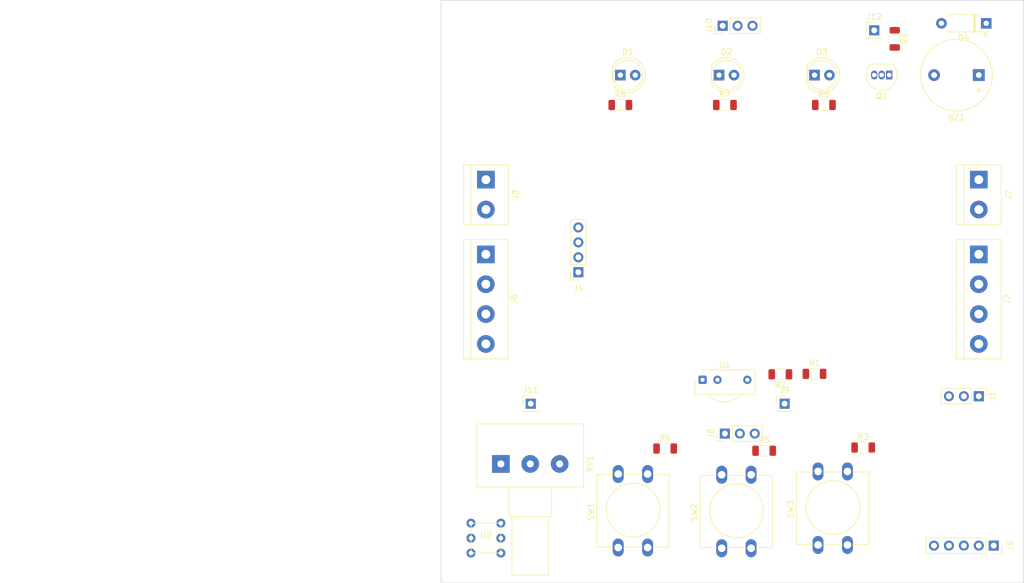
<source format=kicad_pcb>
(kicad_pcb (version 20211014) (generator pcbnew)
  (layers (0 "F.Cu" signal) (31 "B.Cu" signal) (34 "B.Paste" user) (35 "F.Paste" user) (36 "B.SilkS" user "B.Silkscreen") (37 "F.SilkS" user "F.Silkscreen") (38 "B.Mask" user) (39 "F.Mask" user) (44 "Edge.Cuts" user))
  (net 0 "")
  (net 1 "+5V")
  (net 2 "Net-(BZ1-Pad2)")
  (net 3 "Net-(D1-Pad1)")
  (net 4 "Net-(D1-Pad2)")
  (net 5 "Net-(D2-Pad1)")
  (net 6 "Net-(D2-Pad2)")
  (net 7 "Net-(D3-Pad1)")
  (net 8 "Net-(D3-Pad2)")
  (net 9 "Net-(J1-Pad1)")
  (net 10 "Net-(J1-Pad2)")
  (net 11 "Net-(J1-Pad3)")
  (net 12 "+12VA")
  (net 13 "+5VA")
  (net 14 "+3.3VA")
  (net 15 "GND")
  (net 16 "SDA")
  (net 17 "SCL")
  (net 18 "+3.3V")
  (net 19 "Net-(J8-Pad1)")
  (net 20 "Net-(J8-Pad2)")
  (net 21 "Net-(J8-Pad3)")
  (net 22 "Net-(J9-Pad1)")
  (net 23 "Net-(J11-Pad1)")
  (net 24 "Net-(J12-Pad1)")
  (net 25 "Net-(Q1-Pad2)")
  (net 26 "Net-(R2-Pad2)")
  (footprint "Resistor_SMD:R_1206_3216Metric" (layer "F.Cu") (at 93.98 66.04)
    (fp_text reference "R6" (at 0 -1.82) (layer "F.SilkS"))
    (fp_text value "470")
    (fp_line (start -0.727064 0.91) (end 0.727064 0.91) (layer "F.SilkS") (width 0.12))
    (fp_line (start -0.727064 -0.91) (end 0.727064 -0.91) (layer "F.SilkS") (width 0.12))
    (pad "1" smd roundrect (at -1.4625 0) (size 1.125 1.75) (layers "F.Cu" "F.Paste" "F.Mask") (roundrect_rratio 0.222222) (net 3 "Net-(D1-Pad1)"))
    (pad "2" smd roundrect (at 1.4625 0) (size 1.125 1.75) (layers "F.Cu" "F.Paste" "F.Mask") (roundrect_rratio 0.222222) (net 15 "GND"))
  )
  (footprint "Button_Switch_THT:SW_PUSH-12mm" (layer "F.Cu") (at 111.22 141.42 90)
    (fp_text reference "SW2" (at 6.08 -4.66 90) (layer "F.SilkS"))
    (fp_text value "SW_Push")
    (fp_line (start 12.4 0.93) (end 12.4 4.07) (layer "F.SilkS") (width 0.12))
    (fp_line (start 12.4 5.93) (end 12.4 8.65) (layer "F.SilkS") (width 0.12))
    (fp_line (start 0.1 8.65) (end 0.1 5.93) (layer "F.SilkS") (width 0.12))
    (fp_line (start 12.4 8.65) (end 0.1 8.65) (layer "F.SilkS") (width 0.12))
    (fp_line (start 0.1 4.07) (end 0.1 0.93) (layer "F.SilkS") (width 0.12))
    (fp_line (start 0.1 -0.93) (end 0.1 -3.65) (layer "F.SilkS") (width 0.12))
    (fp_line (start 12.4 -3.65) (end 12.4 -0.93) (layer "F.SilkS") (width 0.12))
    (fp_line (start 0.1 -3.65) (end 12.4 -3.65) (layer "F.SilkS") (width 0.12))
    (fp_circle (center 6.35 2.54) (end 10.16 5.08) (layer "F.SilkS") (width 0.12) (fill none))
    (pad "1" thru_hole oval (at 0 0 90) (size 3.048 1.85) (drill 1.3) (layers *.Cu *.Mask) (net 20 "Net-(J8-Pad2)"))
    (pad "1" thru_hole oval (at 12.5 0 90) (size 3.048 1.85) (drill 1.3) (layers *.Cu *.Mask) (net 20 "Net-(J8-Pad2)"))
    (pad "2" thru_hole oval (at 12.5 5 90) (size 3.048 1.85) (drill 1.3) (layers *.Cu *.Mask) (net 15 "GND"))
    (pad "2" thru_hole oval (at 0 5 90) (size 3.048 1.85) (drill 1.3) (layers *.Cu *.Mask) (net 15 "GND"))
  )
  (footprint "TerminalBlock:TerminalBlock_bornier-4_P5.08mm" (layer "F.Cu") (at 71.11 91.44 -90)
    (fp_text reference "J6" (at 7.6 -4.8 90) (layer "F.SilkS"))
    (fp_text value "power")
    (fp_line (start 17.78 3.81) (end 17.78 -3.81) (layer "F.SilkS") (width 0.12))
    (fp_line (start -2.54 3.81) (end 17.78 3.81) (layer "F.SilkS") (width 0.12))
    (fp_line (start -2.54 -3.81) (end 17.78 -3.81) (layer "F.SilkS") (width 0.12))
    (fp_line (start -2.54 -3.81) (end -2.54 3.81) (layer "F.SilkS") (width 0.12))
    (fp_line (start 17.78 2.54) (end -2.54 2.54) (layer "F.SilkS") (width 0.12))
    (pad "1" thru_hole rect (at 0 0 270) (size 3 3) (drill 1.52) (layers *.Cu *.Mask) (net 12 "+12VA"))
    (pad "2" thru_hole circle (at 5.08 0 270) (size 3 3) (drill 1.52) (layers *.Cu *.Mask) (net 13 "+5VA"))
    (pad "3" thru_hole circle (at 10.16 0 270) (size 3 3) (drill 1.52) (layers *.Cu *.Mask) (net 14 "+3.3VA"))
    (pad "4" thru_hole circle (at 15.24 0 270) (size 3 3) (drill 1.52) (layers *.Cu *.Mask) (net 15 "GND"))
  )
  (footprint "Package_TO_SOT_THT:TO-92_Inline" (layer "F.Cu") (at 139.7 60.942595 180)
    (fp_text reference "Q1" (at 1.27 -3.56) (layer "F.SilkS"))
    (fp_text value "BC547")
    (fp_line (start -0.53 1.85) (end 3.07 1.85) (layer "F.SilkS") (width 0.12))
    (fp_arc (start 1.27 -2.6) (mid 3.672087 -0.994977) (end 3.108478 1.838478) (layer "F.SilkS") (width 0.12))
    (fp_arc (start -0.568478 1.838478) (mid -1.132087 -0.994977) (end 1.27 -2.6) (layer "F.SilkS") (width 0.12))
    (pad "1" thru_hole rect (at 0 0 180) (size 1.05 1.5) (drill 0.75) (layers *.Cu *.Mask) (net 2 "Net-(BZ1-Pad2)"))
    (pad "2" thru_hole oval (at 1.27 0 180) (size 1.05 1.5) (drill 0.75) (layers *.Cu *.Mask) (net 25 "Net-(Q1-Pad2)"))
    (pad "3" thru_hole oval (at 2.54 0 180) (size 1.05 1.5) (drill 0.75) (layers *.Cu *.Mask) (net 15 "GND"))
  )
  (footprint "Resistor_SMD:R_1206_3216Metric" (layer "F.Cu") (at 101.6 124.46)
    (fp_text reference "R4" (at 0 -1.82) (layer "F.SilkS"))
    (fp_text value "47k")
    (fp_line (start -0.727064 0.91) (end 0.727064 0.91) (layer "F.SilkS") (width 0.12))
    (fp_line (start -0.727064 -0.91) (end 0.727064 -0.91) (layer "F.SilkS") (width 0.12))
    (pad "1" smd roundrect (at -1.4625 0) (size 1.125 1.75) (layers "F.Cu" "F.Paste" "F.Mask") (roundrect_rratio 0.222222) (net 15 "GND"))
    (pad "2" smd roundrect (at 1.4625 0) (size 1.125 1.75) (layers "F.Cu" "F.Paste" "F.Mask") (roundrect_rratio 0.222222) (net 18 "+3.3V"))
  )
  (footprint "Potentiometer_THT:Potentiometer_Alps_RK163_Single_Horizontal" (layer "F.Cu") (at 73.66 127.08 90)
    (fp_text reference "RV1" (at 0 15.2 90) (layer "F.SilkS"))
    (fp_text value "10k")
    (fp_line (start -3.92 8.62) (end -8.92 8.62) (layer "F.SilkS") (width 0.12))
    (fp_line (start -8.92 1.88) (end -18.92 1.88) (layer "F.SilkS") (width 0.12))
    (fp_line (start -8.92 8.62) (end -8.92 1.38) (layer "F.SilkS") (width 0.12))
    (fp_line (start 6.82 14.07) (end 6.82 -4.07) (layer "F.SilkS") (width 0.12))
    (fp_line (start -8.92 8.12) (end -18.92 8.12) (layer "F.SilkS") (width 0.12))
    (fp_line (start 6.82 -4.07) (end -3.92 -4.07) (layer "F.SilkS") (width 0.12))
    (fp_line (start -3.92 1.38) (end -8.92 1.38) (layer "F.SilkS") (width 0.12))
    (fp_line (start -3.92 14.07) (end -3.92 -4.07) (layer "F.SilkS") (width 0.12))
    (fp_line (start 6.82 14.07) (end -3.92 14.07) (layer "F.SilkS") (width 0.12))
    (fp_line (start -18.92 8.12) (end -18.92 1.88) (layer "F.SilkS") (width 0.12))
    (pad "1" thru_hole rect (at 0 0 270) (size 3 3) (drill 1.2) (layers *.Cu *.Mask) (net 15 "GND"))
    (pad "2" thru_hole circle (at 0 5 270) (size 3 3) (drill 1.2) (layers *.Cu *.Mask) (net 23 "Net-(J11-Pad1)"))
    (pad "3" thru_hole circle (at 0 10 270) (size 3 3) (drill 1.2) (layers *.Cu *.Mask) (net 18 "+3.3V"))
  )
  (footprint "LED_THT:LED_D5.0mm" (layer "F.Cu") (at 127 60.96)
    (fp_text reference "D3" (at 1.27 -3.96) (layer "F.SilkS"))
    (fp_text value "LED")
    (fp_line (start -1.29 -1.545) (end -1.29 1.545) (layer "F.SilkS") (width 0.12))
    (fp_arc (start 4.26 -0.000462) (mid 2.072002 2.880433) (end -1.29 1.54483) (layer "F.SilkS") (width 0.12))
    (fp_arc (start -1.29 -1.54483) (mid 2.072002 -2.880433) (end 4.26 0.000462) (layer "F.SilkS") (width 0.12))
    (fp_circle (center 1.27 0) (end 3.77 0) (layer "F.SilkS") (width 0.12) (fill none))
    (pad "1" thru_hole rect (at 0 0) (size 1.8 1.8) (drill 0.9) (layers *.Cu *.Mask) (net 7 "Net-(D3-Pad1)"))
    (pad "2" thru_hole circle (at 2.54 0) (size 1.8 1.8) (drill 0.9) (layers *.Cu *.Mask) (net 8 "Net-(D3-Pad2)"))
  )
  (footprint "Resistor_SMD:R_1206_3216Metric" (layer "F.Cu") (at 127 111.76)
    (fp_text reference "R1" (at 0 -1.82) (layer "F.SilkS"))
    (fp_text value "2k")
    (fp_line (start -0.727064 0.91) (end 0.727064 0.91) (layer "F.SilkS") (width 0.12))
    (fp_line (start -0.727064 -0.91) (end 0.727064 -0.91) (layer "F.SilkS") (width 0.12))
    (pad "1" smd roundrect (at -1.4625 0) (size 1.125 1.75) (layers "F.Cu" "F.Paste" "F.Mask") (roundrect_rratio 0.222222) (net 22 "Net-(J9-Pad1)"))
    (pad "2" smd roundrect (at 1.4625 0) (size 1.125 1.75) (layers "F.Cu" "F.Paste" "F.Mask") (roundrect_rratio 0.222222) (net 15 "GND"))
  )
  (footprint "Resistor_SMD:R_1206_3216Metric" (layer "F.Cu") (at 128.6 66.04)
    (fp_text reference "R8" (at 0 -1.82) (layer "F.SilkS"))
    (fp_text value "470")
    (fp_line (start -0.727064 -0.91) (end 0.727064 -0.91) (layer "F.SilkS") (width 0.12))
    (fp_line (start -0.727064 0.91) (end 0.727064 0.91) (layer "F.SilkS") (width 0.12))
    (pad "1" smd roundrect (at -1.4625 0) (size 1.125 1.75) (layers "F.Cu" "F.Paste" "F.Mask") (roundrect_rratio 0.222222) (net 7 "Net-(D3-Pad1)"))
    (pad "2" smd roundrect (at 1.4625 0) (size 1.125 1.75) (layers "F.Cu" "F.Paste" "F.Mask") (roundrect_rratio 0.222222) (net 15 "GND"))
  )
  (footprint "my-packages:dip-6pin" (layer "F.Cu") (at 71.12 139.7)
    (fp_text reference "U2" (at 0 -0.5 unlocked) (layer "F.SilkS"))
    (fp_text value "double-push-switch")
    (fp_rect (start -2.54 -2.54) (end 2.54 2.54) (layer "F.SilkS") (width 0.12) (fill none))
    (pad "1" thru_hole circle (at -2.54 -2.54) (size 1.524 1.524) (drill 0.762) (layers *.Cu *.Mask) (net 18 "+3.3V"))
    (pad "2" thru_hole circle (at 2.54 -2.54) (size 1.524 1.524) (drill 0.762) (layers *.Cu *.Mask) (net 14 "+3.3VA"))
    (pad "3" thru_hole circle (at -2.54 0) (size 1.524 1.524) (drill 0.762) (layers *.Cu *.Mask))
    (pad "4" thru_hole circle (at 2.54 0) (size 1.524 1.524) (drill 0.762) (layers *.Cu *.Mask) (net 1 "+5V"))
    (pad "5" thru_hole circle (at -2.54 2.54) (size 1.524 1.524) (drill 0.762) (layers *.Cu *.Mask) (net 13 "+5VA"))
    (pad "6" thru_hole circle (at 2.54 2.54) (size 1.524 1.524) (drill 0.762) (layers *.Cu *.Mask))
  )
  (footprint "Buzzer_Beeper:Buzzer_12x9.5RM7.6" (layer "F.Cu") (at 154.94 60.96 180)
    (fp_text reference "BZ1" (at 3.8 -7.2) (layer "F.SilkS"))
    (fp_text value "Buzzer")
    (fp_text user "+" (at -0.01 -2.54) (layer "F.SilkS"))
    (fp_circle (center 3.8 0) (end 9.9 0) (layer "F.SilkS") (width 0.12) (fill none))
    (pad "1" thru_hole rect (at 0 0 180) (size 2 2) (drill 1) (layers *.Cu *.Mask) (net 1 "+5V"))
    (pad "2" thru_hole circle (at 7.6 0 180) (size 2 2) (drill 1) (layers *.Cu *.Mask) (net 2 "Net-(BZ1-Pad2)"))
  )
  (footprint "Connector_PinHeader_2.54mm:PinHeader_1x03_P2.54mm_Vertical" (layer "F.Cu") (at 154.94 115.57 -90)
    (fp_text reference "J1" (at 0 -2.33 90) (layer "F.SilkS"))
    (fp_text value "Conn_01x03_Male")
    (fp_line (start -1.33 -1.33) (end 0 -1.33) (layer "F.SilkS") (width 0.12))
    (fp_line (start -1.33 6.41) (end 1.33 6.41) (layer "F.SilkS") (width 0.12))
    (fp_line (start -1.33 1.27) (end -1.33 6.41) (layer "F.SilkS") (width 0.12))
    (fp_line (start -1.33 0) (end -1.33 -1.33) (layer "F.SilkS") (width 0.12))
    (fp_line (start -1.33 1.27) (end 1.33 1.27) (layer "F.SilkS") (width 0.12))
    (fp_line (start 1.33 1.27) (end 1.33 6.41) (layer "F.SilkS") (width 0.12))
    (pad "1" thru_hole rect (at 0 0 270) (size 1.7 1.7) (drill 1) (layers *.Cu *.Mask) (net 9 "Net-(J1-Pad1)"))
    (pad "2" thru_hole oval (at 0 2.54 270) (size 1.7 1.7) (drill 1) (layers *.Cu *.Mask) (net 10 "Net-(J1-Pad2)"))
    (pad "3" thru_hole oval (at 0 5.08 270) (size 1.7 1.7) (drill 1) (layers *.Cu *.Mask) (net 11 "Net-(J1-Pad3)"))
  )
  (footprint "Diode_THT:D_A-405_P7.62mm_Horizontal" (layer "F.Cu") (at 156.21 52.15 180)
    (fp_text reference "D4" (at 3.81 -2.47) (layer "F.SilkS"))
    (fp_text value "D_Schottky")
    (fp_text user "K" (at 0 -1.9) (layer "F.SilkS"))
    (fp_line (start 1.87 -1.47) (end 1.87 1.47) (layer "F.SilkS") (width 0.12))
    (fp_line (start 1.09 -1.14) (end 1.09 -1.47) (layer "F.SilkS") (width 0.12))
    (fp_line (start 2.11 -1.47) (end 2.11 1.47) (layer "F.SilkS") (width 0.12))
    (fp_line (start 6.53 -1.47) (end 6.53 -1.14) (layer "F.SilkS") (width 0.12))
    (fp_line (start 1.09 1.47) (end 6.53 1.47) (layer "F.SilkS") (width 0.12))
    (fp_line (start 6.53 1.47) (end 6.53 1.14) (layer "F.SilkS") (width 0.12))
    (fp_line (start 1.09 1.14) (end 1.09 1.47) (layer "F.SilkS") (width 0.12))
    (fp_line (start 1.99 -1.47) (end 1.99 1.47) (layer "F.SilkS") (width 0.12))
    (fp_line (start 1.09 -1.47) (end 6.53 -1.47) (layer "F.SilkS") (width 0.12))
    (pad "1" thru_hole rect (at 0 0 180) (size 1.8 1.8) (drill 0.9) (layers *.Cu *.Mask) (net 1 "+5V"))
    (pad "2" thru_hole oval (at 7.62 0 180) (size 1.8 1.8) (drill 0.9) (layers *.Cu *.Mask) (net 2 "Net-(BZ1-Pad2)"))
  )
  (footprint "Connector_PinHeader_2.54mm:PinHeader_1x01_P2.54mm_Vertical" (layer "F.Cu") (at 78.74 116.84)
    (fp_text reference "J11" (at 0 -2.33) (layer "F.SilkS"))
    (fp_text value "pot")
    (fp_line (start 1.33 1.27) (end 1.33 1.33) (layer "F.SilkS") (width 0.12))
    (fp_line (start -1.33 1.27) (end 1.33 1.27) (layer "F.SilkS") (width 0.12))
    (fp_line (start -1.33 1.33) (end 1.33 1.33) (layer "F.SilkS") (width 0.12))
    (fp_line (start -1.33 0) (end -1.33 -1.33) (layer "F.SilkS") (width 0.12))
    (fp_line (start -1.33 1.27) (end -1.33 1.33) (layer "F.SilkS") (width 0.12))
    (fp_line (start -1.33 -1.33) (end 0 -1.33) (layer "F.SilkS") (width 0.12))
    (pad "1" thru_hole rect (at 0 0) (size 1.7 1.7) (drill 1) (layers *.Cu *.Mask) (net 23 "Net-(J11-Pad1)"))
  )
  (footprint "Connector_PinSocket_2.54mm:PinSocket_1x05_P2.54mm_Vertical" (layer "F.Cu") (at 157.48 140.97 -90)
    (fp_text reference "J5" (at 0 -2.77 90) (layer "F.SilkS"))
    (fp_text value "enc")
    (fp_line (start 1.33 1.27) (end 1.33 11.49) (layer "F.SilkS") (width 0.12))
    (fp_line (start 0 -1.33) (end 1.33 -1.33) (layer "F.SilkS") (width 0.12))
    (fp_line (start -1.33 1.27) (end 1.33 1.27) (layer "F.SilkS") (width 0.12))
    (fp_line (start 1.33 -1.33) (end 1.33 0) (layer "F.SilkS") (width 0.12))
    (fp_line (start -1.33 11.49) (end 1.33 11.49) (layer "F.SilkS") (width 0.12))
    (fp_line (start -1.33 1.27) (end -1.33 11.49) (layer "F.SilkS") (width 0.12))
    (pad "1" thru_hole rect (at 0 0 270) (size 1.7 1.7) (drill 1) (layers *.Cu *.Mask) (net 18 "+3.3V"))
    (pad "2" thru_hole oval (at 0 2.54 270) (size 1.7 1.7) (drill 1) (layers *.Cu *.Mask) (net 9 "Net-(J1-Pad1)"))
    (pad "3" thru_hole oval (at 0 5.08 270) (size 1.7 1.7) (drill 1) (layers *.Cu *.Mask) (net 10 "Net-(J1-Pad2)"))
    (pad "4" thru_hole oval (at 0 7.62 270) (size 1.7 1.7) (drill 1) (layers *.Cu *.Mask) (net 11 "Net-(J1-Pad3)"))
    (pad "5" thru_hole oval (at 0 10.16 270) (size 1.7 1.7) (drill 1) (layers *.Cu *.Mask) (net 15 "GND"))
  )
  (footprint "Resistor_SMD:R_1206_3216Metric" (layer "F.Cu") (at 121.192936 111.84 180)
    (fp_text reference "R2" (at 0 -1.82) (layer "F.SilkS"))
    (fp_text value "3k3")
    (fp_line (start -0.727064 0.91) (end 0.727064 0.91) (layer "F.SilkS") (width 0.12))
    (fp_line (start -0.727064 -0.91) (end 0.727064 -0.91) (layer "F.SilkS") (width 0.12))
    (pad "1" smd roundrect (at -1.4625 0 180) (size 1.125 1.75) (layers "F.Cu" "F.Paste" "F.Mask") (roundrect_rratio 0.222222) (net 22 "Net-(J9-Pad1)"))
    (pad "2" smd roundrect (at 1.4625 0 180) (size 1.125 1.75) (layers "F.Cu" "F.Paste" "F.Mask") (roundrect_rratio 0.222222) (net 26 "Net-(R2-Pad2)"))
  )
  (footprint "Resistor_SMD:R_1206_3216Metric" (layer "F.Cu") (at 140.64 54.794128 -90)
    (fp_text reference "R9" (at 0 -1.82 90) (layer "F.SilkS"))
    (fp_text value "1k")
    (fp_line (start -0.727064 -0.91) (end 0.727064 -0.91) (layer "F.SilkS") (width 0.12))
    (fp_line (start -0.727064 0.91) (end 0.727064 0.91) (layer "F.SilkS") (width 0.12))
    (pad "1" smd roundrect (at -1.4625 0 270) (size 1.125 1.75) (layers "F.Cu" "F.Paste" "F.Mask") (roundrect_rratio 0.222222) (net 24 "Net-(J12-Pad1)"))
    (pad "2" smd roundrect (at 1.4625 0 270) (size 1.125 1.75) (layers "F.Cu" "F.Paste" "F.Mask") (roundrect_rratio 0.222222) (net 25 "Net-(Q1-Pad2)"))
  )
  (footprint "Connector_PinHeader_2.54mm:PinHeader_1x03_P2.54mm_Vertical" (layer "F.Cu") (at 111.76 121.92 90)
    (fp_text reference "J8" (at 0 -2.33 90) (layer "F.SilkS"))
    (fp_text value "btn")
    (fp_line (start -1.33 -1.33) (end 0 -1.33) (layer "F.SilkS") (width 0.12))
    (fp_line (start -1.33 1.27) (end 1.33 1.27) (layer "F.SilkS") (width 0.12))
    (fp_line (start 1.33 1.27) (end 1.33 6.41) (layer "F.SilkS") (width 0.12))
    (fp_line (start -1.33 1.27) (end -1.33 6.41) (layer "F.SilkS") (width 0.12))
    (fp_line (start -1.33 0) (end -1.33 -1.33) (layer "F.SilkS") (width 0.12))
    (fp_line (start -1.33 6.41) (end 1.33 6.41) (layer "F.SilkS") (width 0.12))
    (pad "1" thru_hole rect (at 0 0 90) (size 1.7 1.7) (drill 1) (layers *.Cu *.Mask) (net 19 "Net-(J8-Pad1)"))
    (pad "2" thru_hole oval (at 0 2.54 90) (size 1.7 1.7) (drill 1) (layers *.Cu *.Mask) (net 20 "Net-(J8-Pad2)"))
    (pad "3" thru_hole oval (at 0 5.08 90) (size 1.7 1.7) (drill 1) (layers *.Cu *.Mask) (net 21 "Net-(J8-Pad3)"))
  )
  (footprint "OptoDevice:Vishay_CAST-3Pin" (layer "F.Cu") (at 107.96 112.775)
    (fp_text reference "U1" (at 3.8 -2.5) (layer "F.SilkS"))
    (fp_text value "TSOP17xx")
    (fp_line (start 8.9 2.5) (end 8.9 -1.7) (layer "F.SilkS") (width 0.12))
    (fp_line (start -1.3 2.5) (end 0.9 2.5) (layer "F.SilkS") (width 0.12))
    (fp_line (start 8.9 -1.7) (end 0 -1.7) (layer "F.SilkS") (width 0.12))
    (fp_line (start -1.3 0) (end -1.3 2.5) (layer "F.SilkS") (width 0.12))
    (fp_line (start 6.5 2.5) (end 8.9 2.5) (layer "F.SilkS") (width 0.12))
    (fp_line (start 0.9 2.5) (end 6.6 2.5) (layer "F.SilkS") (width 0.12))
    (fp_arc (start 6.55 2.5) (mid 3.722825 3.776095) (end 0.893744 2.504232) (layer "F.SilkS") (width 0.12))
    (pad "1" thru_hole roundrect (at 0 0) (size 1.4 1.4) (drill 0.7) (layers *.Cu *.Mask) (roundrect_rratio 0.178) (net 15 "GND"))
    (pad "2" thru_hole circle (at 2.54 0) (size 1.4 1.4) (drill 0.7) (layers *.Cu *.Mask) (net 1 "+5V"))
    (pad "3" thru_hole circle (at 7.62 0) (size 1.4 1.4) (drill 0.7) (layers *.Cu *.Mask) (net 26 "Net-(R2-Pad2)"))
  )
  (footprint "Button_Switch_THT:SW_PUSH-12mm" (layer "F.Cu") (at 127.6 140.8581 90)
    (fp_text reference "SW3" (at 6.08 -4.66 90) (layer "F.SilkS"))
    (fp_text value "SW_Push")
    (fp_line (start 12.4 0.93) (end 12.4 4.07) (layer "F.SilkS") (width 0.12))
    (fp_line (start 0.1 8.65) (end 0.1 5.93) (layer "F.SilkS") (width 0.12))
    (fp_line (start 12.4 8.65) (end 0.1 8.65) (layer "F.SilkS") (width 0.12))
    (fp_line (start 12.4 -3.65) (end 12.4 -0.93) (layer "F.SilkS") (width 0.12))
    (fp_line (start 0.1 -0.93) (end 0.1 -3.65) (layer "F.SilkS") (width 0.12))
    (fp_line (start 12.4 5.93) (end 12.4 8.65) (layer "F.SilkS") (width 0.12))
    (fp_line (start 0.1 4.07) (end 0.1 0.93) (layer "F.SilkS") (width 0.12))
    (fp_line (start 0.1 -3.65) (end 12.4 -3.65) (layer "F.SilkS") (width 0.12))
    (fp_circle (center 6.35 2.54) (end 10.16 5.08) (layer "F.SilkS") (width 0.12) (fill none))
    (pad "1" thru_hole oval (at 0 0 90) (size 3.048 1.85) (drill 1.3) (layers *.Cu *.Mask) (net 21 "Net-(J8-Pad3)"))
    (pad "1" thru_hole oval (at 12.5 0 90) (size 3.048 1.85) (drill 1.3) (layers *.Cu *.Mask) (net 21 "Net-(J8-Pad3)"))
    (pad "2" thru_hole oval (at 12.5 5 90) (size 3.048 1.85) (drill 1.3) (layers *.Cu *.Mask) (net 15 "GND"))
    (pad "2" thru_hole oval (at 0 5 90) (size 3.048 1.85) (drill 1.3) (layers *.Cu *.Mask) (net 15 "GND"))
  )
  (footprint "TerminalBlock:TerminalBlock_bornier-2_P5.08mm" (layer "F.Cu") (at 71.12 78.74 -90)
    (fp_text reference "J3" (at 2.54 -5.08 90) (layer "F.SilkS"))
    (fp_text value "i2c")
    (fp_line (start 7.62 2.54) (end -2.54 2.54) (layer "F.SilkS") (width 0.12))
    (fp_line (start -2.54 3.81) (end 7.62 3.81) (layer "F.SilkS") (width 0.12))
    (fp_line (start 7.62 3.81) (end 7.62 -3.81) (layer "F.SilkS") (width 0.12))
    (fp_line (start -2.54 -3.81) (end -2.54 3.81) (layer "F.SilkS") (width 0.12))
    (fp_line (start 7.62 -3.81) (end -2.54 -3.81) (layer "F.SilkS") (width 0.12))
    (pad "1" thru_hole rect (at 0 0 270) (size 3 3) (drill 1.52) (layers *.Cu *.Mask) (net 16 "SDA"))
    (pad "2" thru_hole circle (at 5.08 0 270) (size 3 3) (drill 1.52) (layers *.Cu *.Mask) (net 17 "SCL"))
  )
  (footprint "LED_THT:LED_D5.0mm" (layer "F.Cu") (at 93.98 60.96)
    (fp_text reference "D1" (at 1.27 -3.96) (layer "F.SilkS"))
    (fp_text value "LED")
    (fp_line (start -1.29 -1.545) (end -1.29 1.545) (layer "F.SilkS") (width 0.12))
    (fp_arc (start 4.26 -0.000462) (mid 2.072002 2.880433) (end -1.29 1.54483) (layer "F.SilkS") (width 0.12))
    (fp_arc (start -1.29 -1.54483) (mid 2.072002 -2.880433) (end 4.26 0.000462) (layer "F.SilkS") (width 0.12))
    (fp_circle (center 1.27 0) (end 3.77 0) (layer "F.SilkS") (width 0.12) (fill none))
    (pad "1" thru_hole rect (at 0 0) (size 1.8 1.8) (drill 0.9) (layers *.Cu *.Mask) (net 3 "Net-(D1-Pad1)"))
    (pad "2" thru_hole circle (at 2.54 0) (size 1.8 1.8) (drill 0.9) (layers *.Cu *.Mask) (net 4 "Net-(D1-Pad2)"))
  )
  (footprint "Connector_PinHeader_2.54mm:PinHeader_1x03_P2.54mm_Vertical" (layer "F.Cu") (at 111.3825 52.5675 90)
    (fp_text reference "J10" (at 0 -2.33 90) (layer "F.SilkS"))
    (fp_text value "led")
    (fp_line (start -1.33 0) (end -1.33 -1.33) (layer "F.SilkS") (width 0.12))
    (fp_line (start 1.33 1.27) (end 1.33 6.41) (layer "F.SilkS") (width 0.12))
    (fp_line (start -1.33 -1.33) (end 0 -1.33) (layer "F.SilkS") (width 0.12))
    (fp_line (start -1.33 1.27) (end 1.33 1.27) (layer "F.SilkS") (width 0.12))
    (fp_line (start -1.33 6.41) (end 1.33 6.41) (layer "F.SilkS") (width 0.12))
    (fp_line (start -1.33 1.27) (end -1.33 6.41) (layer "F.SilkS") (width 0.12))
    (pad "1" thru_hole rect (at 0 0 90) (size 1.7 1.7) (drill 1) (layers *.Cu *.Mask) (net 4 "Net-(D1-Pad2)"))
    (pad "2" thru_hole oval (at 0 2.54 90) (size 1.7 1.7) (drill 1) (layers *.Cu *.Mask) (net 6 "Net-(D2-Pad2)"))
    (pad "3" thru_hole oval (at 0 5.08 90) (size 1.7 1.7) (drill 1) (layers *.Cu *.Mask) (net 8 "Net-(D3-Pad2)"))
  )
  (footprint "TerminalBlock:TerminalBlock_bornier-4_P5.08mm" (layer "F.Cu") (at 154.94 91.44 -90)
    (fp_text reference "J2" (at 7.6 -4.8 90) (layer "F.SilkS"))
    (fp_text value "power")
    (fp_line (start 17.78 2.54) (end -2.54 2.54) (layer "F.SilkS") (width 0.12))
    (fp_line (start 17.78 3.81) (end 17.78 -3.81) (layer "F.SilkS") (width 0.12))
    (fp_line (start -2.54 3.81) (end 17.78 3.81) (layer "F.SilkS") (width 0.12))
    (fp_line (start -2.54 -3.81) (end -2.54 3.81) (layer "F.SilkS") (width 0.12))
    (fp_line (start -2.54 -3.81) (end 17.78 -3.81) (layer "F.SilkS") (width 0.12))
    (pad "1" thru_hole rect (at 0 0 270) (size 3 3) (drill 1.52) (layers *.Cu *.Mask) (net 12 "+12VA"))
    (pad "2" thru_hole circle (at 5.08 0 270) (size 3 3) (drill 1.52) (layers *.Cu *.Mask) (net 13 "+5VA"))
    (pad "3" thru_hole circle (at 10.16 0 270) (size 3 3) (drill 1.52) (layers *.Cu *.Mask) (net 14 "+3.3VA"))
    (pad "4" thru_hole circle (at 15.24 0 270) (size 3 3) (drill 1.52) (layers *.Cu *.Mask) (net 15 "GND"))
  )
  (footprint "Button_Switch_THT:SW_PUSH-12mm" (layer "F.Cu") (at 93.62 141.2981 90)
    (fp_text reference "SW1" (at 6.08 -4.66 90) (layer "F.SilkS"))
    (fp_text value "SW_Push")
    (fp_line (start 0.1 8.65) (end 0.1 5.93) (layer "F.SilkS") (width 0.12))
    (fp_line (start 12.4 -3.65) (end 12.4 -0.93) (layer "F.SilkS") (width 0.12))
    (fp_line (start 12.4 0.93) (end 12.4 4.07) (layer "F.SilkS") (width 0.12))
    (fp_line (start 0.1 -0.93) (end 0.1 -3.65) (layer "F.SilkS") (width 0.12))
    (fp_line (start 12.4 5.93) (end 12.4 8.65) (layer "F.SilkS") (width 0.12))
    (fp_line (start 12.4 8.65) (end 0.1 8.65) (layer "F.SilkS") (width 0.12))
    (fp_line (start 0.1 4.07) (end 0.1 0.93) (layer "F.SilkS") (width 0.12))
    (fp_line (start 0.1 -3.65) (end 12.4 -3.65) (layer "F.SilkS") (width 0.12))
    (fp_circle (center 6.35 2.54) (end 10.16 5.08) (layer "F.SilkS") (width 0.12) (fill none))
    (pad "1" thru_hole oval (at 0 0 90) (size 3.048 1.85) (drill 1.3) (layers *.Cu *.Mask) (net 19 "Net-(J8-Pad1)"))
    (pad "1" thru_hole oval (at 12.5 0 90) (size 3.048 1.85) (drill 1.3) (layers *.Cu *.Mask) (net 19 "Net-(J8-Pad1)"))
    (pad "2" thru_hole oval (at 12.5 5 90) (size 3.048 1.85) (drill 1.3) (layers *.Cu *.Mask) (net 15 "GND"))
    (pad "2" thru_hole oval (at 0 5 90) (size 3.048 1.85) (drill 1.3) (layers *.Cu *.Mask) (net 15 "GND"))
  )
  (footprint "Resistor_SMD:R_1206_3216Metric" (layer "F.Cu") (at 135.28 124.29)
    (fp_text reference "R3" (at 0 -1.82) (layer "F.SilkS"))
    (fp_text value "47k")
    (fp_line (start -0.727064 0.91) (end 0.727064 0.91) (layer "F.SilkS") (width 0.12))
    (fp_line (start -0.727064 -0.91) (end 0.727064 -0.91) (layer "F.SilkS") (width 0.12))
    (pad "1" smd roundrect (at -1.4625 0) (size 1.125 1.75) (layers "F.Cu" "F.Paste" "F.Mask") (roundrect_rratio 0.222222) (net 15 "GND"))
    (pad "2" smd roundrect (at 1.4625 0) (size 1.125 1.75) (layers "F.Cu" "F.Paste" "F.Mask") (roundrect_rratio 0.222222) (net 18 "+3.3V"))
  )
  (footprint "Connector_PinSocket_2.54mm:PinSocket_1x04_P2.54mm_Vertical" (layer "F.Cu") (at 86.84 94.48 180)
    (fp_text reference "J4" (at 0 -2.77 180) (layer "F.SilkS"))
    (fp_text value "i2c-lcd")
    (fp_line (start -1.33 8.95) (end 1.33 8.95) (layer "F.SilkS") (width 0.12))
    (fp_line (start 1.33 1.27) (end 1.33 8.95) (layer "F.SilkS") (width 0.12))
    (fp_line (start 1.33 -1.33) (end 1.33 0) (layer "F.SilkS") (width 0.12))
    (fp_line (start -1.33 1.27) (end -1.33 8.95) (layer "F.SilkS") (width 0.12))
    (fp_line (start -1.33 1.27) (end 1.33 1.27) (layer "F.SilkS") (width 0.12))
    (fp_line (start 0 -1.33) (end 1.33 -1.33) (layer "F.SilkS") (width 0.12))
    (pad "1" thru_hole rect (at 0 0 180) (size 1.7 1.7) (drill 1) (layers *.Cu *.Mask) (net 17 "SCL"))
    (pad "2" thru_hole oval (at 0 2.54 180) (size 1.7 1.7) (drill 1) (layers *.Cu *.Mask) (net 16 "SDA"))
    (pad "3" thru_hole oval (at 0 5.08 180) (size 1.7 1.7) (drill 1) (layers *.Cu *.Mask) (net 1 "+5V"))
    (pad "4" thru_hole oval (at 0 7.62 180) (size 1.7 1.7) (drill 1) (layers *.Cu *.Mask) (net 15 "GND"))
  )
  (footprint "Connector_PinHeader_2.54mm:PinHeader_1x01_P2.54mm_Vertical" (layer "F.Cu") (at 137.16 53.34)
    (fp_text reference "J12" (at 0 -2.33) (layer "F.SilkS"))
    (fp_text value "buz")
    (fp_line (start -1.33 1.27) (end -1.33 1.33) (layer "F.SilkS") (width 0.12))
    (fp_line (start -1.33 0) (end -1.33 -1.33) (layer "F.SilkS") (width 0.12))
    (fp_line (start -1.33 1.33) (end 1.33 1.33) (layer "F.SilkS") (width 0.12))
    (fp_line (start -1.33 1.27) (end 1.33 1.27) (layer "F.SilkS") (width 0.12))
    (fp_line (start -1.33 -1.33) (end 0 -1.33) (layer "F.SilkS") (width 0.12))
    (fp_line (start 1.33 1.27) (end 1.33 1.33) (layer "F.SilkS") (width 0.12))
    (pad "1" thru_hole rect (at 0 0) (size 1.7 1.7) (drill 1) (layers *.Cu *.Mask) (net 24 "Net-(J12-Pad1)"))
  )
  (footprint "LED_THT:LED_D5.0mm" (layer "F.Cu") (at 110.77 60.96)
    (fp_text reference "D2" (at 1.27 -3.96) (layer "F.SilkS"))
    (fp_text value "LED")
    (fp_line (start -1.29 -1.545) (end -1.29 1.545) (layer "F.SilkS") (width 0.12))
    (fp_arc (start -1.29 -1.54483) (mid 2.072002 -2.880433) (end 4.26 0.000462) (layer "F.SilkS") (width 0.12))
    (fp_arc (start 4.26 -0.000462) (mid 2.072002 2.880433) (end -1.29 1.54483) (layer "F.SilkS") (width 0.12))
    (fp_circle (center 1.27 0) (end 3.77 0) (layer "F.SilkS") (width 0.12) (fill none))
    (pad "1" thru_hole rect (at 0 0) (size 1.8 1.8) (drill 0.9) (layers *.Cu *.Mask) (net 5 "Net-(D2-Pad1)"))
    (pad "2" thru_hole circle (at 2.54 0) (size 1.8 1.8) (drill 0.9) (layers *.Cu *.Mask) (net 6 "Net-(D2-Pad2)"))
  )
  (footprint "Resistor_SMD:R_1206_3216Metric" (layer "F.Cu") (at 118.4375 124.84)
    (fp_text reference "R5" (at 0 -1.82) (layer "F.SilkS"))
    (fp_text value "47k")
    (fp_line (start -0.727064 -0.91) (end 0.727064 -0.91) (layer "F.SilkS") (width 0.12))
    (fp_line (start -0.727064 0.91) (end 0.727064 0.91) (layer "F.SilkS") (width 0.12))
    (pad "1" smd roundrect (at -1.4625 0) (size 1.125 1.75) (layers "F.Cu" "F.Paste" "F.Mask") (roundrect_rratio 0.222222) (net 15 "GND"))
    (pad "2" smd roundrect (at 1.4625 0) (size 1.125 1.75) (layers "F.Cu" "F.Paste" "F.Mask") (roundrect_rratio 0.222222) (net 18 "+3.3V"))
  )
  (footprint "Connector_PinHeader_2.54mm:PinHeader_1x01_P2.54mm_Vertical" (layer "F.Cu") (at 121.92 116.84)
    (fp_text reference "J9" (at 0 -2.33) (layer "F.SilkS"))
    (fp_text value "ir")
    (fp_line (start -1.33 1.27) (end 1.33 1.27) (layer "F.SilkS") (width 0.12))
    (fp_line (start -1.33 0) (end -1.33 -1.33) (layer "F.SilkS") (width 0.12))
    (fp_line (start -1.33 1.27) (end -1.33 1.33) (layer "F.SilkS") (width 0.12))
    (fp_line (start -1.33 1.33) (end 1.33 1.33) (layer "F.SilkS") (width 0.12))
    (fp_line (start 1.33 1.27) (end 1.33 1.33) (layer "F.SilkS") (width 0.12))
    (fp_line (start -1.33 -1.33) (end 0 -1.33) (layer "F.SilkS") (width 0.12))
    (pad "1" thru_hole rect (at 0 0) (size 1.7 1.7) (drill 1) (layers *.Cu *.Mask) (net 22 "Net-(J9-Pad1)"))
  )
  (footprint "Resistor_SMD:R_1206_3216Metric" (layer "F.Cu") (at 111.76 66.04)
    (fp_text reference "R7" (at 0 -1.82) (layer "F.SilkS"))
    (fp_text value "470")
    (fp_line (start -0.727064 -0.91) (end 0.727064 -0.91) (layer "F.SilkS") (width 0.12))
    (fp_line (start -0.727064 0.91) (end 0.727064 0.91) (layer "F.SilkS") (width 0.12))
    (pad "1" smd roundrect (at -1.4625 0) (size 1.125 1.75) (layers "F.Cu" "F.Paste" "F.Mask") (roundrect_rratio 0.222222) (net 5 "Net-(D2-Pad1)"))
    (pad "2" smd roundrect (at 1.4625 0) (size 1.125 1.75) (layers "F.Cu" "F.Paste" "F.Mask") (roundrect_rratio 0.222222) (net 15 "GND"))
  )
  (footprint "TerminalBlock:TerminalBlock_bornier-2_P5.08mm" (layer "F.Cu") (at 154.94 78.74 -90)
    (fp_text reference "J7" (at 2.54 -5.08 90) (layer "F.SilkS"))
    (fp_text value "i2c")
    (fp_line (start -2.54 3.81) (end 7.62 3.81) (layer "F.SilkS") (width 0.12))
    (fp_line (start 7.62 3.81) (end 7.62 -3.81) (layer "F.SilkS") (width 0.12))
    (fp_line (start 7.62 -3.81) (end -2.54 -3.81) (layer "F.SilkS") (width 0.12))
    (fp_line (start 7.62 2.54) (end -2.54 2.54) (layer "F.SilkS") (width 0.12))
    (fp_line (start -2.54 -3.81) (end -2.54 3.81) (layer "F.SilkS") (width 0.12))
    (pad "1" thru_hole rect (at 0 0 270) (size 3 3) (drill 1.52) (layers *.Cu *.Mask) (net 16 "SDA"))
    (pad "2" thru_hole circle (at 5.08 0 270) (size 3 3) (drill 1.52) (layers *.Cu *.Mask) (net 17 "SCL"))
  )
  (gr_rect (start 63.5 48.26) (end 162.56 147.32) (layer "Edge.Cuts") (width 0.1) (fill none))
)
</source>
